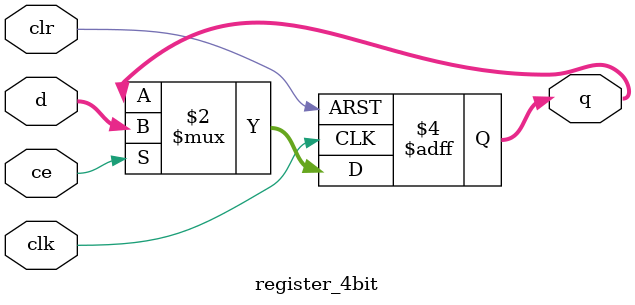
<source format=v>
module register_4bit (clk,clr,ce,d,q) ;

input clk,clr,ce ; 
input [3:0] d ; 
output [3:0] q ; 
reg [3:0] q; 

always @(negedge (clk) or posedge(clr) )
    begin 
        if (clr) 
            q <= 4'b0000 ; 
        else if (ce) 
            q <= d ;
    end 

endmodule 
            
 
</source>
